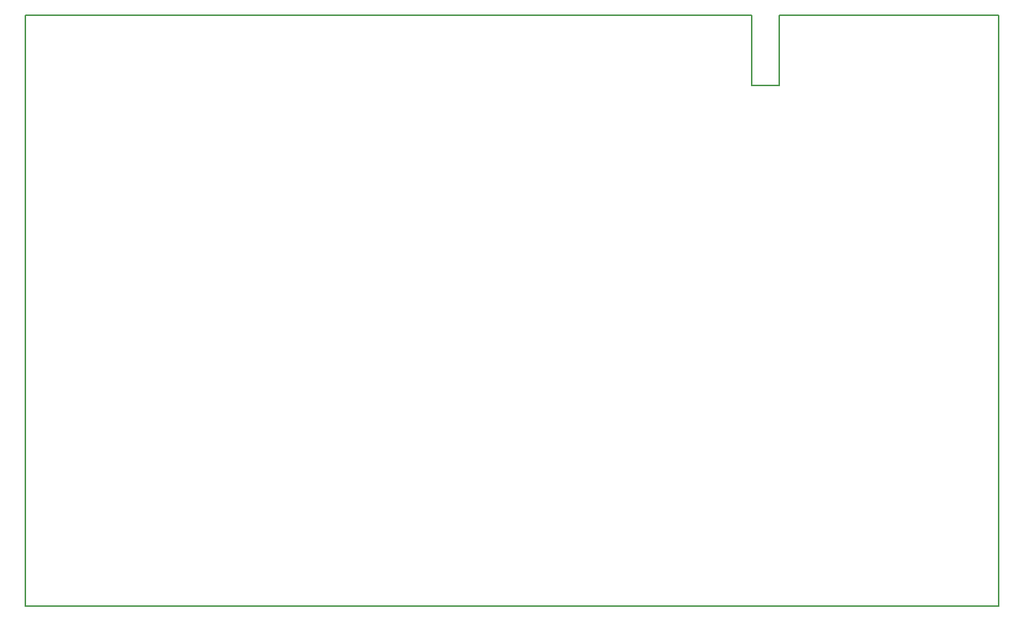
<source format=gm1>
G04 MADE WITH FRITZING*
G04 WWW.FRITZING.ORG*
G04 DOUBLE SIDED*
G04 HOLES PLATED*
G04 CONTOUR ON CENTER OF CONTOUR VECTOR*
%ASAXBY*%
%FSLAX23Y23*%
%MOIN*%
%OFA0B0*%
%SFA1.0B1.0*%
%ADD10C,0.000394*%
%ADD10C,0.008*%
%LNCONTOUR*%
G90*
G70*
G54D10*
G54D10*
X3347Y2724D02*
X3347Y2401D01*
X3473Y2401D01*
X3473Y2724D01*
X4485Y2724D01*
X4485Y3D01*
X3Y3D01*
X3Y2724D01*
X3347Y2724D01*
D02*
G04 End of contour*
M02*
</source>
